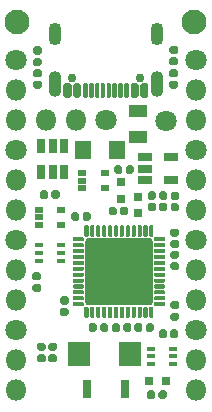
<source format=gbr>
%TF.GenerationSoftware,KiCad,Pcbnew,(5.1.6-0-10_14)*%
%TF.CreationDate,2022-02-28T20:49:00-06:00*%
%TF.ProjectId,Bonsai_C4,426f6e73-6169-45f4-9334-2e6b69636164,rev?*%
%TF.SameCoordinates,Original*%
%TF.FileFunction,Soldermask,Top*%
%TF.FilePolarity,Negative*%
%FSLAX46Y46*%
G04 Gerber Fmt 4.6, Leading zero omitted, Abs format (unit mm)*
G04 Created by KiCad (PCBNEW (5.1.6-0-10_14)) date 2022-02-28 20:49:00*
%MOMM*%
%LPD*%
G01*
G04 APERTURE LIST*
%ADD10O,1.100000X2.200000*%
%ADD11O,1.100000X1.900000*%
%ADD12C,0.750000*%
%ADD13R,0.650000X1.600000*%
%ADD14C,1.800000*%
%ADD15O,1.800000X1.800000*%
%ADD16R,0.750000X1.160000*%
%ADD17R,0.800000X0.700000*%
%ADD18R,1.400000X1.500000*%
%ADD19R,0.750000X0.500000*%
%ADD20R,0.760000X0.400000*%
%ADD21R,0.700000X0.800000*%
%ADD22R,1.160000X0.750000*%
%ADD23R,1.878000X2.132000*%
%ADD24R,1.600000X1.100000*%
%ADD25C,2.100000*%
G04 APERTURE END LIST*
%TO.C,J3*%
G36*
G01*
X105520000Y-102100000D02*
X105520000Y-102990000D01*
G75*
G02*
X105345000Y-103165000I-175000J0D01*
G01*
X104995000Y-103165000D01*
G75*
G02*
X104820000Y-102990000I0J175000D01*
G01*
X104820000Y-102100000D01*
G75*
G02*
X104995000Y-101925000I175000J0D01*
G01*
X105345000Y-101925000D01*
G75*
G02*
X105520000Y-102100000I0J-175000D01*
G01*
G37*
G36*
G01*
X104720000Y-102100000D02*
X104720000Y-102990000D01*
G75*
G02*
X104545000Y-103165000I-175000J0D01*
G01*
X104195000Y-103165000D01*
G75*
G02*
X104020000Y-102990000I0J175000D01*
G01*
X104020000Y-102100000D01*
G75*
G02*
X104195000Y-101925000I175000J0D01*
G01*
X104545000Y-101925000D01*
G75*
G02*
X104720000Y-102100000I0J-175000D01*
G01*
G37*
G36*
G01*
X110420000Y-102100000D02*
X110420000Y-102990000D01*
G75*
G02*
X110245000Y-103165000I-175000J0D01*
G01*
X109895000Y-103165000D01*
G75*
G02*
X109720000Y-102990000I0J175000D01*
G01*
X109720000Y-102100000D01*
G75*
G02*
X109895000Y-101925000I175000J0D01*
G01*
X110245000Y-101925000D01*
G75*
G02*
X110420000Y-102100000I0J-175000D01*
G01*
G37*
D10*
X111940000Y-101975000D03*
G36*
G01*
X107570000Y-102025000D02*
X107570000Y-103065000D01*
G75*
G02*
X107470000Y-103165000I-100000J0D01*
G01*
X107270000Y-103165000D01*
G75*
G02*
X107170000Y-103065000I0J100000D01*
G01*
X107170000Y-102025000D01*
G75*
G02*
X107270000Y-101925000I100000J0D01*
G01*
X107470000Y-101925000D01*
G75*
G02*
X107570000Y-102025000I0J-100000D01*
G01*
G37*
G36*
G01*
X107070000Y-102025000D02*
X107070000Y-103065000D01*
G75*
G02*
X106970000Y-103165000I-100000J0D01*
G01*
X106770000Y-103165000D01*
G75*
G02*
X106670000Y-103065000I0J100000D01*
G01*
X106670000Y-102025000D01*
G75*
G02*
X106770000Y-101925000I100000J0D01*
G01*
X106970000Y-101925000D01*
G75*
G02*
X107070000Y-102025000I0J-100000D01*
G01*
G37*
G36*
G01*
X106570000Y-102025000D02*
X106570000Y-103065000D01*
G75*
G02*
X106470000Y-103165000I-100000J0D01*
G01*
X106270000Y-103165000D01*
G75*
G02*
X106170000Y-103065000I0J100000D01*
G01*
X106170000Y-102025000D01*
G75*
G02*
X106270000Y-101925000I100000J0D01*
G01*
X106470000Y-101925000D01*
G75*
G02*
X106570000Y-102025000I0J-100000D01*
G01*
G37*
G36*
G01*
X106070000Y-102025000D02*
X106070000Y-103065000D01*
G75*
G02*
X105970000Y-103165000I-100000J0D01*
G01*
X105770000Y-103165000D01*
G75*
G02*
X105670000Y-103065000I0J100000D01*
G01*
X105670000Y-102025000D01*
G75*
G02*
X105770000Y-101925000I100000J0D01*
G01*
X105970000Y-101925000D01*
G75*
G02*
X106070000Y-102025000I0J-100000D01*
G01*
G37*
G36*
G01*
X108070000Y-102025000D02*
X108070000Y-103065000D01*
G75*
G02*
X107970000Y-103165000I-100000J0D01*
G01*
X107770000Y-103165000D01*
G75*
G02*
X107670000Y-103065000I0J100000D01*
G01*
X107670000Y-102025000D01*
G75*
G02*
X107770000Y-101925000I100000J0D01*
G01*
X107970000Y-101925000D01*
G75*
G02*
X108070000Y-102025000I0J-100000D01*
G01*
G37*
G36*
G01*
X108570000Y-102025000D02*
X108570000Y-103065000D01*
G75*
G02*
X108470000Y-103165000I-100000J0D01*
G01*
X108270000Y-103165000D01*
G75*
G02*
X108170000Y-103065000I0J100000D01*
G01*
X108170000Y-102025000D01*
G75*
G02*
X108270000Y-101925000I100000J0D01*
G01*
X108470000Y-101925000D01*
G75*
G02*
X108570000Y-102025000I0J-100000D01*
G01*
G37*
G36*
G01*
X109070000Y-102025000D02*
X109070000Y-103065000D01*
G75*
G02*
X108970000Y-103165000I-100000J0D01*
G01*
X108770000Y-103165000D01*
G75*
G02*
X108670000Y-103065000I0J100000D01*
G01*
X108670000Y-102025000D01*
G75*
G02*
X108770000Y-101925000I100000J0D01*
G01*
X108970000Y-101925000D01*
G75*
G02*
X109070000Y-102025000I0J-100000D01*
G01*
G37*
G36*
G01*
X109570000Y-102025000D02*
X109570000Y-103065000D01*
G75*
G02*
X109470000Y-103165000I-100000J0D01*
G01*
X109270000Y-103165000D01*
G75*
G02*
X109170000Y-103065000I0J100000D01*
G01*
X109170000Y-102025000D01*
G75*
G02*
X109270000Y-101925000I100000J0D01*
G01*
X109470000Y-101925000D01*
G75*
G02*
X109570000Y-102025000I0J-100000D01*
G01*
G37*
G36*
G01*
X111220000Y-102105000D02*
X111220000Y-102985000D01*
G75*
G02*
X111045000Y-103160000I-175000J0D01*
G01*
X110695000Y-103160000D01*
G75*
G02*
X110520000Y-102985000I0J175000D01*
G01*
X110520000Y-102105000D01*
G75*
G02*
X110695000Y-101930000I175000J0D01*
G01*
X111045000Y-101930000D01*
G75*
G02*
X111220000Y-102105000I0J-175000D01*
G01*
G37*
D11*
X111940000Y-97800000D03*
D12*
X110510000Y-101480000D03*
X104730000Y-101480000D03*
D11*
X103300000Y-97800000D03*
D10*
X103300000Y-101980000D03*
%TD*%
D13*
%TO.C,K1*%
X105995000Y-127780000D03*
X109245000Y-127780000D03*
%TD*%
%TO.C,U3*%
G36*
G01*
X111317535Y-120740000D02*
X106126465Y-120740000D01*
G75*
G02*
X105872000Y-120485535I0J254465D01*
G01*
X105872000Y-115294465D01*
G75*
G02*
X106126465Y-115040000I254465J0D01*
G01*
X111317535Y-115040000D01*
G75*
G02*
X111572000Y-115294465I0J-254465D01*
G01*
X111572000Y-120485535D01*
G75*
G02*
X111317535Y-120740000I-254465J0D01*
G01*
G37*
G36*
G01*
X106059500Y-121815000D02*
X105884500Y-121815000D01*
G75*
G02*
X105797000Y-121727500I0J87500D01*
G01*
X105797000Y-120927500D01*
G75*
G02*
X105884500Y-120840000I87500J0D01*
G01*
X106059500Y-120840000D01*
G75*
G02*
X106147000Y-120927500I0J-87500D01*
G01*
X106147000Y-121727500D01*
G75*
G02*
X106059500Y-121815000I-87500J0D01*
G01*
G37*
G36*
G01*
X106559500Y-121815000D02*
X106384500Y-121815000D01*
G75*
G02*
X106297000Y-121727500I0J87500D01*
G01*
X106297000Y-120927500D01*
G75*
G02*
X106384500Y-120840000I87500J0D01*
G01*
X106559500Y-120840000D01*
G75*
G02*
X106647000Y-120927500I0J-87500D01*
G01*
X106647000Y-121727500D01*
G75*
G02*
X106559500Y-121815000I-87500J0D01*
G01*
G37*
G36*
G01*
X107059500Y-121815000D02*
X106884500Y-121815000D01*
G75*
G02*
X106797000Y-121727500I0J87500D01*
G01*
X106797000Y-120927500D01*
G75*
G02*
X106884500Y-120840000I87500J0D01*
G01*
X107059500Y-120840000D01*
G75*
G02*
X107147000Y-120927500I0J-87500D01*
G01*
X107147000Y-121727500D01*
G75*
G02*
X107059500Y-121815000I-87500J0D01*
G01*
G37*
G36*
G01*
X107559500Y-121815000D02*
X107384500Y-121815000D01*
G75*
G02*
X107297000Y-121727500I0J87500D01*
G01*
X107297000Y-120927500D01*
G75*
G02*
X107384500Y-120840000I87500J0D01*
G01*
X107559500Y-120840000D01*
G75*
G02*
X107647000Y-120927500I0J-87500D01*
G01*
X107647000Y-121727500D01*
G75*
G02*
X107559500Y-121815000I-87500J0D01*
G01*
G37*
G36*
G01*
X108059500Y-121815000D02*
X107884500Y-121815000D01*
G75*
G02*
X107797000Y-121727500I0J87500D01*
G01*
X107797000Y-120927500D01*
G75*
G02*
X107884500Y-120840000I87500J0D01*
G01*
X108059500Y-120840000D01*
G75*
G02*
X108147000Y-120927500I0J-87500D01*
G01*
X108147000Y-121727500D01*
G75*
G02*
X108059500Y-121815000I-87500J0D01*
G01*
G37*
G36*
G01*
X108559500Y-121815000D02*
X108384500Y-121815000D01*
G75*
G02*
X108297000Y-121727500I0J87500D01*
G01*
X108297000Y-120927500D01*
G75*
G02*
X108384500Y-120840000I87500J0D01*
G01*
X108559500Y-120840000D01*
G75*
G02*
X108647000Y-120927500I0J-87500D01*
G01*
X108647000Y-121727500D01*
G75*
G02*
X108559500Y-121815000I-87500J0D01*
G01*
G37*
G36*
G01*
X109059500Y-121815000D02*
X108884500Y-121815000D01*
G75*
G02*
X108797000Y-121727500I0J87500D01*
G01*
X108797000Y-120927500D01*
G75*
G02*
X108884500Y-120840000I87500J0D01*
G01*
X109059500Y-120840000D01*
G75*
G02*
X109147000Y-120927500I0J-87500D01*
G01*
X109147000Y-121727500D01*
G75*
G02*
X109059500Y-121815000I-87500J0D01*
G01*
G37*
G36*
G01*
X109559500Y-121815000D02*
X109384500Y-121815000D01*
G75*
G02*
X109297000Y-121727500I0J87500D01*
G01*
X109297000Y-120927500D01*
G75*
G02*
X109384500Y-120840000I87500J0D01*
G01*
X109559500Y-120840000D01*
G75*
G02*
X109647000Y-120927500I0J-87500D01*
G01*
X109647000Y-121727500D01*
G75*
G02*
X109559500Y-121815000I-87500J0D01*
G01*
G37*
G36*
G01*
X110059500Y-121815000D02*
X109884500Y-121815000D01*
G75*
G02*
X109797000Y-121727500I0J87500D01*
G01*
X109797000Y-120927500D01*
G75*
G02*
X109884500Y-120840000I87500J0D01*
G01*
X110059500Y-120840000D01*
G75*
G02*
X110147000Y-120927500I0J-87500D01*
G01*
X110147000Y-121727500D01*
G75*
G02*
X110059500Y-121815000I-87500J0D01*
G01*
G37*
G36*
G01*
X110559500Y-121815000D02*
X110384500Y-121815000D01*
G75*
G02*
X110297000Y-121727500I0J87500D01*
G01*
X110297000Y-120927500D01*
G75*
G02*
X110384500Y-120840000I87500J0D01*
G01*
X110559500Y-120840000D01*
G75*
G02*
X110647000Y-120927500I0J-87500D01*
G01*
X110647000Y-121727500D01*
G75*
G02*
X110559500Y-121815000I-87500J0D01*
G01*
G37*
G36*
G01*
X111059500Y-121815000D02*
X110884500Y-121815000D01*
G75*
G02*
X110797000Y-121727500I0J87500D01*
G01*
X110797000Y-120927500D01*
G75*
G02*
X110884500Y-120840000I87500J0D01*
G01*
X111059500Y-120840000D01*
G75*
G02*
X111147000Y-120927500I0J-87500D01*
G01*
X111147000Y-121727500D01*
G75*
G02*
X111059500Y-121815000I-87500J0D01*
G01*
G37*
G36*
G01*
X111559500Y-121815000D02*
X111384500Y-121815000D01*
G75*
G02*
X111297000Y-121727500I0J87500D01*
G01*
X111297000Y-120927500D01*
G75*
G02*
X111384500Y-120840000I87500J0D01*
G01*
X111559500Y-120840000D01*
G75*
G02*
X111647000Y-120927500I0J-87500D01*
G01*
X111647000Y-121727500D01*
G75*
G02*
X111559500Y-121815000I-87500J0D01*
G01*
G37*
G36*
G01*
X112559500Y-120815000D02*
X111759500Y-120815000D01*
G75*
G02*
X111672000Y-120727500I0J87500D01*
G01*
X111672000Y-120552500D01*
G75*
G02*
X111759500Y-120465000I87500J0D01*
G01*
X112559500Y-120465000D01*
G75*
G02*
X112647000Y-120552500I0J-87500D01*
G01*
X112647000Y-120727500D01*
G75*
G02*
X112559500Y-120815000I-87500J0D01*
G01*
G37*
G36*
G01*
X112559500Y-120315000D02*
X111759500Y-120315000D01*
G75*
G02*
X111672000Y-120227500I0J87500D01*
G01*
X111672000Y-120052500D01*
G75*
G02*
X111759500Y-119965000I87500J0D01*
G01*
X112559500Y-119965000D01*
G75*
G02*
X112647000Y-120052500I0J-87500D01*
G01*
X112647000Y-120227500D01*
G75*
G02*
X112559500Y-120315000I-87500J0D01*
G01*
G37*
G36*
G01*
X112559500Y-119815000D02*
X111759500Y-119815000D01*
G75*
G02*
X111672000Y-119727500I0J87500D01*
G01*
X111672000Y-119552500D01*
G75*
G02*
X111759500Y-119465000I87500J0D01*
G01*
X112559500Y-119465000D01*
G75*
G02*
X112647000Y-119552500I0J-87500D01*
G01*
X112647000Y-119727500D01*
G75*
G02*
X112559500Y-119815000I-87500J0D01*
G01*
G37*
G36*
G01*
X112559500Y-119315000D02*
X111759500Y-119315000D01*
G75*
G02*
X111672000Y-119227500I0J87500D01*
G01*
X111672000Y-119052500D01*
G75*
G02*
X111759500Y-118965000I87500J0D01*
G01*
X112559500Y-118965000D01*
G75*
G02*
X112647000Y-119052500I0J-87500D01*
G01*
X112647000Y-119227500D01*
G75*
G02*
X112559500Y-119315000I-87500J0D01*
G01*
G37*
G36*
G01*
X112559500Y-118815000D02*
X111759500Y-118815000D01*
G75*
G02*
X111672000Y-118727500I0J87500D01*
G01*
X111672000Y-118552500D01*
G75*
G02*
X111759500Y-118465000I87500J0D01*
G01*
X112559500Y-118465000D01*
G75*
G02*
X112647000Y-118552500I0J-87500D01*
G01*
X112647000Y-118727500D01*
G75*
G02*
X112559500Y-118815000I-87500J0D01*
G01*
G37*
G36*
G01*
X112559500Y-118315000D02*
X111759500Y-118315000D01*
G75*
G02*
X111672000Y-118227500I0J87500D01*
G01*
X111672000Y-118052500D01*
G75*
G02*
X111759500Y-117965000I87500J0D01*
G01*
X112559500Y-117965000D01*
G75*
G02*
X112647000Y-118052500I0J-87500D01*
G01*
X112647000Y-118227500D01*
G75*
G02*
X112559500Y-118315000I-87500J0D01*
G01*
G37*
G36*
G01*
X112559500Y-117815000D02*
X111759500Y-117815000D01*
G75*
G02*
X111672000Y-117727500I0J87500D01*
G01*
X111672000Y-117552500D01*
G75*
G02*
X111759500Y-117465000I87500J0D01*
G01*
X112559500Y-117465000D01*
G75*
G02*
X112647000Y-117552500I0J-87500D01*
G01*
X112647000Y-117727500D01*
G75*
G02*
X112559500Y-117815000I-87500J0D01*
G01*
G37*
G36*
G01*
X112559500Y-117315000D02*
X111759500Y-117315000D01*
G75*
G02*
X111672000Y-117227500I0J87500D01*
G01*
X111672000Y-117052500D01*
G75*
G02*
X111759500Y-116965000I87500J0D01*
G01*
X112559500Y-116965000D01*
G75*
G02*
X112647000Y-117052500I0J-87500D01*
G01*
X112647000Y-117227500D01*
G75*
G02*
X112559500Y-117315000I-87500J0D01*
G01*
G37*
G36*
G01*
X112559500Y-116815000D02*
X111759500Y-116815000D01*
G75*
G02*
X111672000Y-116727500I0J87500D01*
G01*
X111672000Y-116552500D01*
G75*
G02*
X111759500Y-116465000I87500J0D01*
G01*
X112559500Y-116465000D01*
G75*
G02*
X112647000Y-116552500I0J-87500D01*
G01*
X112647000Y-116727500D01*
G75*
G02*
X112559500Y-116815000I-87500J0D01*
G01*
G37*
G36*
G01*
X112559500Y-116315000D02*
X111759500Y-116315000D01*
G75*
G02*
X111672000Y-116227500I0J87500D01*
G01*
X111672000Y-116052500D01*
G75*
G02*
X111759500Y-115965000I87500J0D01*
G01*
X112559500Y-115965000D01*
G75*
G02*
X112647000Y-116052500I0J-87500D01*
G01*
X112647000Y-116227500D01*
G75*
G02*
X112559500Y-116315000I-87500J0D01*
G01*
G37*
G36*
G01*
X112559500Y-115815000D02*
X111759500Y-115815000D01*
G75*
G02*
X111672000Y-115727500I0J87500D01*
G01*
X111672000Y-115552500D01*
G75*
G02*
X111759500Y-115465000I87500J0D01*
G01*
X112559500Y-115465000D01*
G75*
G02*
X112647000Y-115552500I0J-87500D01*
G01*
X112647000Y-115727500D01*
G75*
G02*
X112559500Y-115815000I-87500J0D01*
G01*
G37*
G36*
G01*
X112559500Y-115315000D02*
X111759500Y-115315000D01*
G75*
G02*
X111672000Y-115227500I0J87500D01*
G01*
X111672000Y-115052500D01*
G75*
G02*
X111759500Y-114965000I87500J0D01*
G01*
X112559500Y-114965000D01*
G75*
G02*
X112647000Y-115052500I0J-87500D01*
G01*
X112647000Y-115227500D01*
G75*
G02*
X112559500Y-115315000I-87500J0D01*
G01*
G37*
G36*
G01*
X111559500Y-114940000D02*
X111384500Y-114940000D01*
G75*
G02*
X111297000Y-114852500I0J87500D01*
G01*
X111297000Y-114052500D01*
G75*
G02*
X111384500Y-113965000I87500J0D01*
G01*
X111559500Y-113965000D01*
G75*
G02*
X111647000Y-114052500I0J-87500D01*
G01*
X111647000Y-114852500D01*
G75*
G02*
X111559500Y-114940000I-87500J0D01*
G01*
G37*
G36*
G01*
X111059500Y-114940000D02*
X110884500Y-114940000D01*
G75*
G02*
X110797000Y-114852500I0J87500D01*
G01*
X110797000Y-114052500D01*
G75*
G02*
X110884500Y-113965000I87500J0D01*
G01*
X111059500Y-113965000D01*
G75*
G02*
X111147000Y-114052500I0J-87500D01*
G01*
X111147000Y-114852500D01*
G75*
G02*
X111059500Y-114940000I-87500J0D01*
G01*
G37*
G36*
G01*
X110559500Y-114940000D02*
X110384500Y-114940000D01*
G75*
G02*
X110297000Y-114852500I0J87500D01*
G01*
X110297000Y-114052500D01*
G75*
G02*
X110384500Y-113965000I87500J0D01*
G01*
X110559500Y-113965000D01*
G75*
G02*
X110647000Y-114052500I0J-87500D01*
G01*
X110647000Y-114852500D01*
G75*
G02*
X110559500Y-114940000I-87500J0D01*
G01*
G37*
G36*
G01*
X110059500Y-114940000D02*
X109884500Y-114940000D01*
G75*
G02*
X109797000Y-114852500I0J87500D01*
G01*
X109797000Y-114052500D01*
G75*
G02*
X109884500Y-113965000I87500J0D01*
G01*
X110059500Y-113965000D01*
G75*
G02*
X110147000Y-114052500I0J-87500D01*
G01*
X110147000Y-114852500D01*
G75*
G02*
X110059500Y-114940000I-87500J0D01*
G01*
G37*
G36*
G01*
X109559500Y-114940000D02*
X109384500Y-114940000D01*
G75*
G02*
X109297000Y-114852500I0J87500D01*
G01*
X109297000Y-114052500D01*
G75*
G02*
X109384500Y-113965000I87500J0D01*
G01*
X109559500Y-113965000D01*
G75*
G02*
X109647000Y-114052500I0J-87500D01*
G01*
X109647000Y-114852500D01*
G75*
G02*
X109559500Y-114940000I-87500J0D01*
G01*
G37*
G36*
G01*
X109059500Y-114940000D02*
X108884500Y-114940000D01*
G75*
G02*
X108797000Y-114852500I0J87500D01*
G01*
X108797000Y-114052500D01*
G75*
G02*
X108884500Y-113965000I87500J0D01*
G01*
X109059500Y-113965000D01*
G75*
G02*
X109147000Y-114052500I0J-87500D01*
G01*
X109147000Y-114852500D01*
G75*
G02*
X109059500Y-114940000I-87500J0D01*
G01*
G37*
G36*
G01*
X108559500Y-114940000D02*
X108384500Y-114940000D01*
G75*
G02*
X108297000Y-114852500I0J87500D01*
G01*
X108297000Y-114052500D01*
G75*
G02*
X108384500Y-113965000I87500J0D01*
G01*
X108559500Y-113965000D01*
G75*
G02*
X108647000Y-114052500I0J-87500D01*
G01*
X108647000Y-114852500D01*
G75*
G02*
X108559500Y-114940000I-87500J0D01*
G01*
G37*
G36*
G01*
X108059500Y-114940000D02*
X107884500Y-114940000D01*
G75*
G02*
X107797000Y-114852500I0J87500D01*
G01*
X107797000Y-114052500D01*
G75*
G02*
X107884500Y-113965000I87500J0D01*
G01*
X108059500Y-113965000D01*
G75*
G02*
X108147000Y-114052500I0J-87500D01*
G01*
X108147000Y-114852500D01*
G75*
G02*
X108059500Y-114940000I-87500J0D01*
G01*
G37*
G36*
G01*
X107559500Y-114940000D02*
X107384500Y-114940000D01*
G75*
G02*
X107297000Y-114852500I0J87500D01*
G01*
X107297000Y-114052500D01*
G75*
G02*
X107384500Y-113965000I87500J0D01*
G01*
X107559500Y-113965000D01*
G75*
G02*
X107647000Y-114052500I0J-87500D01*
G01*
X107647000Y-114852500D01*
G75*
G02*
X107559500Y-114940000I-87500J0D01*
G01*
G37*
G36*
G01*
X107059500Y-114940000D02*
X106884500Y-114940000D01*
G75*
G02*
X106797000Y-114852500I0J87500D01*
G01*
X106797000Y-114052500D01*
G75*
G02*
X106884500Y-113965000I87500J0D01*
G01*
X107059500Y-113965000D01*
G75*
G02*
X107147000Y-114052500I0J-87500D01*
G01*
X107147000Y-114852500D01*
G75*
G02*
X107059500Y-114940000I-87500J0D01*
G01*
G37*
G36*
G01*
X106559500Y-114940000D02*
X106384500Y-114940000D01*
G75*
G02*
X106297000Y-114852500I0J87500D01*
G01*
X106297000Y-114052500D01*
G75*
G02*
X106384500Y-113965000I87500J0D01*
G01*
X106559500Y-113965000D01*
G75*
G02*
X106647000Y-114052500I0J-87500D01*
G01*
X106647000Y-114852500D01*
G75*
G02*
X106559500Y-114940000I-87500J0D01*
G01*
G37*
G36*
G01*
X106059500Y-114940000D02*
X105884500Y-114940000D01*
G75*
G02*
X105797000Y-114852500I0J87500D01*
G01*
X105797000Y-114052500D01*
G75*
G02*
X105884500Y-113965000I87500J0D01*
G01*
X106059500Y-113965000D01*
G75*
G02*
X106147000Y-114052500I0J-87500D01*
G01*
X106147000Y-114852500D01*
G75*
G02*
X106059500Y-114940000I-87500J0D01*
G01*
G37*
G36*
G01*
X105684500Y-115315000D02*
X104884500Y-115315000D01*
G75*
G02*
X104797000Y-115227500I0J87500D01*
G01*
X104797000Y-115052500D01*
G75*
G02*
X104884500Y-114965000I87500J0D01*
G01*
X105684500Y-114965000D01*
G75*
G02*
X105772000Y-115052500I0J-87500D01*
G01*
X105772000Y-115227500D01*
G75*
G02*
X105684500Y-115315000I-87500J0D01*
G01*
G37*
G36*
G01*
X105684500Y-115815000D02*
X104884500Y-115815000D01*
G75*
G02*
X104797000Y-115727500I0J87500D01*
G01*
X104797000Y-115552500D01*
G75*
G02*
X104884500Y-115465000I87500J0D01*
G01*
X105684500Y-115465000D01*
G75*
G02*
X105772000Y-115552500I0J-87500D01*
G01*
X105772000Y-115727500D01*
G75*
G02*
X105684500Y-115815000I-87500J0D01*
G01*
G37*
G36*
G01*
X105684500Y-116315000D02*
X104884500Y-116315000D01*
G75*
G02*
X104797000Y-116227500I0J87500D01*
G01*
X104797000Y-116052500D01*
G75*
G02*
X104884500Y-115965000I87500J0D01*
G01*
X105684500Y-115965000D01*
G75*
G02*
X105772000Y-116052500I0J-87500D01*
G01*
X105772000Y-116227500D01*
G75*
G02*
X105684500Y-116315000I-87500J0D01*
G01*
G37*
G36*
G01*
X105684500Y-116815000D02*
X104884500Y-116815000D01*
G75*
G02*
X104797000Y-116727500I0J87500D01*
G01*
X104797000Y-116552500D01*
G75*
G02*
X104884500Y-116465000I87500J0D01*
G01*
X105684500Y-116465000D01*
G75*
G02*
X105772000Y-116552500I0J-87500D01*
G01*
X105772000Y-116727500D01*
G75*
G02*
X105684500Y-116815000I-87500J0D01*
G01*
G37*
G36*
G01*
X105684500Y-117315000D02*
X104884500Y-117315000D01*
G75*
G02*
X104797000Y-117227500I0J87500D01*
G01*
X104797000Y-117052500D01*
G75*
G02*
X104884500Y-116965000I87500J0D01*
G01*
X105684500Y-116965000D01*
G75*
G02*
X105772000Y-117052500I0J-87500D01*
G01*
X105772000Y-117227500D01*
G75*
G02*
X105684500Y-117315000I-87500J0D01*
G01*
G37*
G36*
G01*
X105684500Y-117815000D02*
X104884500Y-117815000D01*
G75*
G02*
X104797000Y-117727500I0J87500D01*
G01*
X104797000Y-117552500D01*
G75*
G02*
X104884500Y-117465000I87500J0D01*
G01*
X105684500Y-117465000D01*
G75*
G02*
X105772000Y-117552500I0J-87500D01*
G01*
X105772000Y-117727500D01*
G75*
G02*
X105684500Y-117815000I-87500J0D01*
G01*
G37*
G36*
G01*
X105684500Y-118315000D02*
X104884500Y-118315000D01*
G75*
G02*
X104797000Y-118227500I0J87500D01*
G01*
X104797000Y-118052500D01*
G75*
G02*
X104884500Y-117965000I87500J0D01*
G01*
X105684500Y-117965000D01*
G75*
G02*
X105772000Y-118052500I0J-87500D01*
G01*
X105772000Y-118227500D01*
G75*
G02*
X105684500Y-118315000I-87500J0D01*
G01*
G37*
G36*
G01*
X105684500Y-118815000D02*
X104884500Y-118815000D01*
G75*
G02*
X104797000Y-118727500I0J87500D01*
G01*
X104797000Y-118552500D01*
G75*
G02*
X104884500Y-118465000I87500J0D01*
G01*
X105684500Y-118465000D01*
G75*
G02*
X105772000Y-118552500I0J-87500D01*
G01*
X105772000Y-118727500D01*
G75*
G02*
X105684500Y-118815000I-87500J0D01*
G01*
G37*
G36*
G01*
X105684500Y-119315000D02*
X104884500Y-119315000D01*
G75*
G02*
X104797000Y-119227500I0J87500D01*
G01*
X104797000Y-119052500D01*
G75*
G02*
X104884500Y-118965000I87500J0D01*
G01*
X105684500Y-118965000D01*
G75*
G02*
X105772000Y-119052500I0J-87500D01*
G01*
X105772000Y-119227500D01*
G75*
G02*
X105684500Y-119315000I-87500J0D01*
G01*
G37*
G36*
G01*
X105684500Y-119815000D02*
X104884500Y-119815000D01*
G75*
G02*
X104797000Y-119727500I0J87500D01*
G01*
X104797000Y-119552500D01*
G75*
G02*
X104884500Y-119465000I87500J0D01*
G01*
X105684500Y-119465000D01*
G75*
G02*
X105772000Y-119552500I0J-87500D01*
G01*
X105772000Y-119727500D01*
G75*
G02*
X105684500Y-119815000I-87500J0D01*
G01*
G37*
G36*
G01*
X105684500Y-120315000D02*
X104884500Y-120315000D01*
G75*
G02*
X104797000Y-120227500I0J87500D01*
G01*
X104797000Y-120052500D01*
G75*
G02*
X104884500Y-119965000I87500J0D01*
G01*
X105684500Y-119965000D01*
G75*
G02*
X105772000Y-120052500I0J-87500D01*
G01*
X105772000Y-120227500D01*
G75*
G02*
X105684500Y-120315000I-87500J0D01*
G01*
G37*
G36*
G01*
X105684500Y-120815000D02*
X104884500Y-120815000D01*
G75*
G02*
X104797000Y-120727500I0J87500D01*
G01*
X104797000Y-120552500D01*
G75*
G02*
X104884500Y-120465000I87500J0D01*
G01*
X105684500Y-120465000D01*
G75*
G02*
X105772000Y-120552500I0J-87500D01*
G01*
X105772000Y-120727500D01*
G75*
G02*
X105684500Y-120815000I-87500J0D01*
G01*
G37*
%TD*%
D14*
%TO.C,J4*%
X100000000Y-100000000D03*
D15*
X100000000Y-102540000D03*
X100000000Y-105080000D03*
X100000000Y-112700000D03*
X100000000Y-110160000D03*
D14*
X100000000Y-107620000D03*
X100000000Y-122860000D03*
D15*
X100000000Y-117780000D03*
D14*
X100000000Y-115240000D03*
D15*
X100000000Y-125400000D03*
X100000000Y-127940000D03*
X100000000Y-120320000D03*
%TD*%
D14*
%TO.C,J5*%
X115240000Y-100000000D03*
D15*
X115240000Y-102540000D03*
X115240000Y-105080000D03*
X115240000Y-112700000D03*
X115240000Y-110160000D03*
D14*
X115240000Y-107620000D03*
X115240000Y-122860000D03*
D15*
X115240000Y-117780000D03*
D14*
X115240000Y-115240000D03*
D15*
X115240000Y-125400000D03*
X115240000Y-127940000D03*
X115240000Y-120320000D03*
%TD*%
%TO.C,J1*%
X102540000Y-105080000D03*
X105080000Y-105080000D03*
D14*
X107620000Y-105080000D03*
%TD*%
%TO.C,J2*%
X112680000Y-105120000D03*
%TD*%
%TO.C,C11*%
G36*
G01*
X102728000Y-111170500D02*
X102728000Y-111565500D01*
G75*
G02*
X102555500Y-111738000I-172500J0D01*
G01*
X102210500Y-111738000D01*
G75*
G02*
X102038000Y-111565500I0J172500D01*
G01*
X102038000Y-111170500D01*
G75*
G02*
X102210500Y-110998000I172500J0D01*
G01*
X102555500Y-110998000D01*
G75*
G02*
X102728000Y-111170500I0J-172500D01*
G01*
G37*
G36*
G01*
X103698000Y-111170500D02*
X103698000Y-111565500D01*
G75*
G02*
X103525500Y-111738000I-172500J0D01*
G01*
X103180500Y-111738000D01*
G75*
G02*
X103008000Y-111565500I0J172500D01*
G01*
X103008000Y-111170500D01*
G75*
G02*
X103180500Y-110998000I172500J0D01*
G01*
X103525500Y-110998000D01*
G75*
G02*
X103698000Y-111170500I0J-172500D01*
G01*
G37*
%TD*%
D16*
%TO.C,U2*%
X103114000Y-109412000D03*
X104064000Y-109412000D03*
X102164000Y-109412000D03*
X102164000Y-107212000D03*
X103114000Y-107212000D03*
X104064000Y-107212000D03*
%TD*%
%TO.C,R9*%
G36*
G01*
X113651500Y-121068000D02*
X113256500Y-121068000D01*
G75*
G02*
X113084000Y-120895500I0J172500D01*
G01*
X113084000Y-120550500D01*
G75*
G02*
X113256500Y-120378000I172500J0D01*
G01*
X113651500Y-120378000D01*
G75*
G02*
X113824000Y-120550500I0J-172500D01*
G01*
X113824000Y-120895500D01*
G75*
G02*
X113651500Y-121068000I-172500J0D01*
G01*
G37*
G36*
G01*
X113651500Y-122038000D02*
X113256500Y-122038000D01*
G75*
G02*
X113084000Y-121865500I0J172500D01*
G01*
X113084000Y-121520500D01*
G75*
G02*
X113256500Y-121348000I172500J0D01*
G01*
X113651500Y-121348000D01*
G75*
G02*
X113824000Y-121520500I0J-172500D01*
G01*
X113824000Y-121865500D01*
G75*
G02*
X113651500Y-122038000I-172500J0D01*
G01*
G37*
%TD*%
%TO.C,R8*%
G36*
G01*
X108813000Y-112947500D02*
X108813000Y-112552500D01*
G75*
G02*
X108985500Y-112380000I172500J0D01*
G01*
X109330500Y-112380000D01*
G75*
G02*
X109503000Y-112552500I0J-172500D01*
G01*
X109503000Y-112947500D01*
G75*
G02*
X109330500Y-113120000I-172500J0D01*
G01*
X108985500Y-113120000D01*
G75*
G02*
X108813000Y-112947500I0J172500D01*
G01*
G37*
G36*
G01*
X107843000Y-112947500D02*
X107843000Y-112552500D01*
G75*
G02*
X108015500Y-112380000I172500J0D01*
G01*
X108360500Y-112380000D01*
G75*
G02*
X108533000Y-112552500I0J-172500D01*
G01*
X108533000Y-112947500D01*
G75*
G02*
X108360500Y-113120000I-172500J0D01*
G01*
X108015500Y-113120000D01*
G75*
G02*
X107843000Y-112947500I0J172500D01*
G01*
G37*
%TD*%
D17*
%TO.C,D5*%
X110330000Y-111530000D03*
X110330000Y-112930000D03*
%TD*%
D18*
%TO.C,D4*%
X105691000Y-107561000D03*
X108591000Y-107561000D03*
%TD*%
%TO.C,C6*%
G36*
G01*
X113659500Y-112781000D02*
X113264500Y-112781000D01*
G75*
G02*
X113092000Y-112608500I0J172500D01*
G01*
X113092000Y-112263500D01*
G75*
G02*
X113264500Y-112091000I172500J0D01*
G01*
X113659500Y-112091000D01*
G75*
G02*
X113832000Y-112263500I0J-172500D01*
G01*
X113832000Y-112608500D01*
G75*
G02*
X113659500Y-112781000I-172500J0D01*
G01*
G37*
G36*
G01*
X113659500Y-111811000D02*
X113264500Y-111811000D01*
G75*
G02*
X113092000Y-111638500I0J172500D01*
G01*
X113092000Y-111293500D01*
G75*
G02*
X113264500Y-111121000I172500J0D01*
G01*
X113659500Y-111121000D01*
G75*
G02*
X113832000Y-111293500I0J-172500D01*
G01*
X113832000Y-111638500D01*
G75*
G02*
X113659500Y-111811000I-172500J0D01*
G01*
G37*
%TD*%
D17*
%TO.C,D1*%
X108905000Y-111702000D03*
X108905000Y-110302000D03*
%TD*%
%TO.C,C14*%
G36*
G01*
X113248500Y-117077000D02*
X113643500Y-117077000D01*
G75*
G02*
X113816000Y-117249500I0J-172500D01*
G01*
X113816000Y-117594500D01*
G75*
G02*
X113643500Y-117767000I-172500J0D01*
G01*
X113248500Y-117767000D01*
G75*
G02*
X113076000Y-117594500I0J172500D01*
G01*
X113076000Y-117249500D01*
G75*
G02*
X113248500Y-117077000I172500J0D01*
G01*
G37*
G36*
G01*
X113248500Y-116107000D02*
X113643500Y-116107000D01*
G75*
G02*
X113816000Y-116279500I0J-172500D01*
G01*
X113816000Y-116624500D01*
G75*
G02*
X113643500Y-116797000I-172500J0D01*
G01*
X113248500Y-116797000D01*
G75*
G02*
X113076000Y-116624500I0J172500D01*
G01*
X113076000Y-116279500D01*
G75*
G02*
X113248500Y-116107000I172500J0D01*
G01*
G37*
%TD*%
D19*
%TO.C,U5*%
X103859000Y-112625000D03*
X103859000Y-113925000D03*
X101959000Y-113275000D03*
X101959000Y-113925000D03*
X101959000Y-112625000D03*
%TD*%
%TO.C,R7*%
G36*
G01*
X112072000Y-128512500D02*
X112072000Y-128117500D01*
G75*
G02*
X112244500Y-127945000I172500J0D01*
G01*
X112589500Y-127945000D01*
G75*
G02*
X112762000Y-128117500I0J-172500D01*
G01*
X112762000Y-128512500D01*
G75*
G02*
X112589500Y-128685000I-172500J0D01*
G01*
X112244500Y-128685000D01*
G75*
G02*
X112072000Y-128512500I0J172500D01*
G01*
G37*
G36*
G01*
X111102000Y-128512500D02*
X111102000Y-128117500D01*
G75*
G02*
X111274500Y-127945000I172500J0D01*
G01*
X111619500Y-127945000D01*
G75*
G02*
X111792000Y-128117500I0J-172500D01*
G01*
X111792000Y-128512500D01*
G75*
G02*
X111619500Y-128685000I-172500J0D01*
G01*
X111274500Y-128685000D01*
G75*
G02*
X111102000Y-128512500I0J172500D01*
G01*
G37*
%TD*%
%TO.C,R6*%
G36*
G01*
X112132000Y-112605500D02*
X112132000Y-112210500D01*
G75*
G02*
X112304500Y-112038000I172500J0D01*
G01*
X112649500Y-112038000D01*
G75*
G02*
X112822000Y-112210500I0J-172500D01*
G01*
X112822000Y-112605500D01*
G75*
G02*
X112649500Y-112778000I-172500J0D01*
G01*
X112304500Y-112778000D01*
G75*
G02*
X112132000Y-112605500I0J172500D01*
G01*
G37*
G36*
G01*
X111162000Y-112605500D02*
X111162000Y-112210500D01*
G75*
G02*
X111334500Y-112038000I172500J0D01*
G01*
X111679500Y-112038000D01*
G75*
G02*
X111852000Y-112210500I0J-172500D01*
G01*
X111852000Y-112605500D01*
G75*
G02*
X111679500Y-112778000I-172500J0D01*
G01*
X111334500Y-112778000D01*
G75*
G02*
X111162000Y-112605500I0J172500D01*
G01*
G37*
%TD*%
%TO.C,R5*%
G36*
G01*
X111849000Y-111252500D02*
X111849000Y-111647500D01*
G75*
G02*
X111676500Y-111820000I-172500J0D01*
G01*
X111331500Y-111820000D01*
G75*
G02*
X111159000Y-111647500I0J172500D01*
G01*
X111159000Y-111252500D01*
G75*
G02*
X111331500Y-111080000I172500J0D01*
G01*
X111676500Y-111080000D01*
G75*
G02*
X111849000Y-111252500I0J-172500D01*
G01*
G37*
G36*
G01*
X112819000Y-111252500D02*
X112819000Y-111647500D01*
G75*
G02*
X112646500Y-111820000I-172500J0D01*
G01*
X112301500Y-111820000D01*
G75*
G02*
X112129000Y-111647500I0J172500D01*
G01*
X112129000Y-111252500D01*
G75*
G02*
X112301500Y-111080000I172500J0D01*
G01*
X112646500Y-111080000D01*
G75*
G02*
X112819000Y-111252500I0J-172500D01*
G01*
G37*
%TD*%
D20*
%TO.C,Q2*%
X101982000Y-116967000D03*
X101982000Y-115667000D03*
X103822000Y-116317000D03*
X101982000Y-116317000D03*
X103822000Y-115667000D03*
X103822000Y-116967000D03*
%TD*%
D21*
%TO.C,D2*%
X111300000Y-127145000D03*
X112700000Y-127145000D03*
%TD*%
D22*
%TO.C,U1*%
X113132000Y-108205000D03*
X113132000Y-110105000D03*
X110932000Y-110105000D03*
X110932000Y-109155000D03*
X110932000Y-108205000D03*
%TD*%
D19*
%TO.C,U4*%
X107519000Y-109524000D03*
X107519000Y-110824000D03*
X105619000Y-110174000D03*
X105619000Y-110824000D03*
X105619000Y-109524000D03*
%TD*%
D20*
%TO.C,Q1*%
X113272000Y-124390000D03*
X113272000Y-125690000D03*
X111432000Y-125040000D03*
X113272000Y-125040000D03*
X111432000Y-125690000D03*
X111432000Y-124390000D03*
%TD*%
%TO.C,C2*%
G36*
G01*
X113249500Y-115202000D02*
X113644500Y-115202000D01*
G75*
G02*
X113817000Y-115374500I0J-172500D01*
G01*
X113817000Y-115719500D01*
G75*
G02*
X113644500Y-115892000I-172500J0D01*
G01*
X113249500Y-115892000D01*
G75*
G02*
X113077000Y-115719500I0J172500D01*
G01*
X113077000Y-115374500D01*
G75*
G02*
X113249500Y-115202000I172500J0D01*
G01*
G37*
G36*
G01*
X113249500Y-114232000D02*
X113644500Y-114232000D01*
G75*
G02*
X113817000Y-114404500I0J-172500D01*
G01*
X113817000Y-114749500D01*
G75*
G02*
X113644500Y-114922000I-172500J0D01*
G01*
X113249500Y-114922000D01*
G75*
G02*
X113077000Y-114749500I0J172500D01*
G01*
X113077000Y-114404500D01*
G75*
G02*
X113249500Y-114232000I172500J0D01*
G01*
G37*
%TD*%
%TO.C,D3*%
G36*
G01*
X102352500Y-124591000D02*
X101957500Y-124591000D01*
G75*
G02*
X101785000Y-124418500I0J172500D01*
G01*
X101785000Y-124073500D01*
G75*
G02*
X101957500Y-123901000I172500J0D01*
G01*
X102352500Y-123901000D01*
G75*
G02*
X102525000Y-124073500I0J-172500D01*
G01*
X102525000Y-124418500D01*
G75*
G02*
X102352500Y-124591000I-172500J0D01*
G01*
G37*
G36*
G01*
X102352500Y-125561000D02*
X101957500Y-125561000D01*
G75*
G02*
X101785000Y-125388500I0J172500D01*
G01*
X101785000Y-125043500D01*
G75*
G02*
X101957500Y-124871000I172500J0D01*
G01*
X102352500Y-124871000D01*
G75*
G02*
X102525000Y-125043500I0J-172500D01*
G01*
X102525000Y-125388500D01*
G75*
G02*
X102352500Y-125561000I-172500J0D01*
G01*
G37*
%TD*%
D23*
%TO.C,Y1*%
X109668000Y-124880000D03*
X105350000Y-124880000D03*
%TD*%
%TO.C,C3*%
G36*
G01*
X110996000Y-122822500D02*
X110996000Y-122427500D01*
G75*
G02*
X111168500Y-122255000I172500J0D01*
G01*
X111513500Y-122255000D01*
G75*
G02*
X111686000Y-122427500I0J-172500D01*
G01*
X111686000Y-122822500D01*
G75*
G02*
X111513500Y-122995000I-172500J0D01*
G01*
X111168500Y-122995000D01*
G75*
G02*
X110996000Y-122822500I0J172500D01*
G01*
G37*
G36*
G01*
X110026000Y-122822500D02*
X110026000Y-122427500D01*
G75*
G02*
X110198500Y-122255000I172500J0D01*
G01*
X110543500Y-122255000D01*
G75*
G02*
X110716000Y-122427500I0J-172500D01*
G01*
X110716000Y-122822500D01*
G75*
G02*
X110543500Y-122995000I-172500J0D01*
G01*
X110198500Y-122995000D01*
G75*
G02*
X110026000Y-122822500I0J172500D01*
G01*
G37*
%TD*%
%TO.C,C12*%
G36*
G01*
X113160500Y-99737000D02*
X113555500Y-99737000D01*
G75*
G02*
X113728000Y-99909500I0J-172500D01*
G01*
X113728000Y-100254500D01*
G75*
G02*
X113555500Y-100427000I-172500J0D01*
G01*
X113160500Y-100427000D01*
G75*
G02*
X112988000Y-100254500I0J172500D01*
G01*
X112988000Y-99909500D01*
G75*
G02*
X113160500Y-99737000I172500J0D01*
G01*
G37*
G36*
G01*
X113160500Y-98767000D02*
X113555500Y-98767000D01*
G75*
G02*
X113728000Y-98939500I0J-172500D01*
G01*
X113728000Y-99284500D01*
G75*
G02*
X113555500Y-99457000I-172500J0D01*
G01*
X113160500Y-99457000D01*
G75*
G02*
X112988000Y-99284500I0J172500D01*
G01*
X112988000Y-98939500D01*
G75*
G02*
X113160500Y-98767000I172500J0D01*
G01*
G37*
%TD*%
%TO.C,FB1*%
G36*
G01*
X101623500Y-99790000D02*
X102018500Y-99790000D01*
G75*
G02*
X102191000Y-99962500I0J-172500D01*
G01*
X102191000Y-100307500D01*
G75*
G02*
X102018500Y-100480000I-172500J0D01*
G01*
X101623500Y-100480000D01*
G75*
G02*
X101451000Y-100307500I0J172500D01*
G01*
X101451000Y-99962500D01*
G75*
G02*
X101623500Y-99790000I172500J0D01*
G01*
G37*
G36*
G01*
X101623500Y-98820000D02*
X102018500Y-98820000D01*
G75*
G02*
X102191000Y-98992500I0J-172500D01*
G01*
X102191000Y-99337500D01*
G75*
G02*
X102018500Y-99510000I-172500J0D01*
G01*
X101623500Y-99510000D01*
G75*
G02*
X101451000Y-99337500I0J172500D01*
G01*
X101451000Y-98992500D01*
G75*
G02*
X101623500Y-98820000I172500J0D01*
G01*
G37*
%TD*%
%TO.C,R4*%
G36*
G01*
X102913500Y-124871000D02*
X103308500Y-124871000D01*
G75*
G02*
X103481000Y-125043500I0J-172500D01*
G01*
X103481000Y-125388500D01*
G75*
G02*
X103308500Y-125561000I-172500J0D01*
G01*
X102913500Y-125561000D01*
G75*
G02*
X102741000Y-125388500I0J172500D01*
G01*
X102741000Y-125043500D01*
G75*
G02*
X102913500Y-124871000I172500J0D01*
G01*
G37*
G36*
G01*
X102913500Y-123901000D02*
X103308500Y-123901000D01*
G75*
G02*
X103481000Y-124073500I0J-172500D01*
G01*
X103481000Y-124418500D01*
G75*
G02*
X103308500Y-124591000I-172500J0D01*
G01*
X102913500Y-124591000D01*
G75*
G02*
X102741000Y-124418500I0J172500D01*
G01*
X102741000Y-124073500D01*
G75*
G02*
X102913500Y-123901000I172500J0D01*
G01*
G37*
%TD*%
%TO.C,R3*%
G36*
G01*
X102018500Y-101424000D02*
X101623500Y-101424000D01*
G75*
G02*
X101451000Y-101251500I0J172500D01*
G01*
X101451000Y-100906500D01*
G75*
G02*
X101623500Y-100734000I172500J0D01*
G01*
X102018500Y-100734000D01*
G75*
G02*
X102191000Y-100906500I0J-172500D01*
G01*
X102191000Y-101251500D01*
G75*
G02*
X102018500Y-101424000I-172500J0D01*
G01*
G37*
G36*
G01*
X102018500Y-102394000D02*
X101623500Y-102394000D01*
G75*
G02*
X101451000Y-102221500I0J172500D01*
G01*
X101451000Y-101876500D01*
G75*
G02*
X101623500Y-101704000I172500J0D01*
G01*
X102018500Y-101704000D01*
G75*
G02*
X102191000Y-101876500I0J-172500D01*
G01*
X102191000Y-102221500D01*
G75*
G02*
X102018500Y-102394000I-172500J0D01*
G01*
G37*
%TD*%
%TO.C,R2*%
G36*
G01*
X113154500Y-101715000D02*
X113549500Y-101715000D01*
G75*
G02*
X113722000Y-101887500I0J-172500D01*
G01*
X113722000Y-102232500D01*
G75*
G02*
X113549500Y-102405000I-172500J0D01*
G01*
X113154500Y-102405000D01*
G75*
G02*
X112982000Y-102232500I0J172500D01*
G01*
X112982000Y-101887500D01*
G75*
G02*
X113154500Y-101715000I172500J0D01*
G01*
G37*
G36*
G01*
X113154500Y-100745000D02*
X113549500Y-100745000D01*
G75*
G02*
X113722000Y-100917500I0J-172500D01*
G01*
X113722000Y-101262500D01*
G75*
G02*
X113549500Y-101435000I-172500J0D01*
G01*
X113154500Y-101435000D01*
G75*
G02*
X112982000Y-101262500I0J172500D01*
G01*
X112982000Y-100917500D01*
G75*
G02*
X113154500Y-100745000I172500J0D01*
G01*
G37*
%TD*%
%TO.C,R1*%
G36*
G01*
X101568500Y-118911000D02*
X101963500Y-118911000D01*
G75*
G02*
X102136000Y-119083500I0J-172500D01*
G01*
X102136000Y-119428500D01*
G75*
G02*
X101963500Y-119601000I-172500J0D01*
G01*
X101568500Y-119601000D01*
G75*
G02*
X101396000Y-119428500I0J172500D01*
G01*
X101396000Y-119083500D01*
G75*
G02*
X101568500Y-118911000I172500J0D01*
G01*
G37*
G36*
G01*
X101568500Y-117941000D02*
X101963500Y-117941000D01*
G75*
G02*
X102136000Y-118113500I0J-172500D01*
G01*
X102136000Y-118458500D01*
G75*
G02*
X101963500Y-118631000I-172500J0D01*
G01*
X101568500Y-118631000D01*
G75*
G02*
X101396000Y-118458500I0J172500D01*
G01*
X101396000Y-118113500D01*
G75*
G02*
X101568500Y-117941000I172500J0D01*
G01*
G37*
%TD*%
%TO.C,C9*%
G36*
G01*
X109093000Y-122822500D02*
X109093000Y-122427500D01*
G75*
G02*
X109265500Y-122255000I172500J0D01*
G01*
X109610500Y-122255000D01*
G75*
G02*
X109783000Y-122427500I0J-172500D01*
G01*
X109783000Y-122822500D01*
G75*
G02*
X109610500Y-122995000I-172500J0D01*
G01*
X109265500Y-122995000D01*
G75*
G02*
X109093000Y-122822500I0J172500D01*
G01*
G37*
G36*
G01*
X108123000Y-122822500D02*
X108123000Y-122427500D01*
G75*
G02*
X108295500Y-122255000I172500J0D01*
G01*
X108640500Y-122255000D01*
G75*
G02*
X108813000Y-122427500I0J-172500D01*
G01*
X108813000Y-122822500D01*
G75*
G02*
X108640500Y-122995000I-172500J0D01*
G01*
X108295500Y-122995000D01*
G75*
G02*
X108123000Y-122822500I0J172500D01*
G01*
G37*
%TD*%
%TO.C,C8*%
G36*
G01*
X106843000Y-122416500D02*
X106843000Y-122811500D01*
G75*
G02*
X106670500Y-122984000I-172500J0D01*
G01*
X106325500Y-122984000D01*
G75*
G02*
X106153000Y-122811500I0J172500D01*
G01*
X106153000Y-122416500D01*
G75*
G02*
X106325500Y-122244000I172500J0D01*
G01*
X106670500Y-122244000D01*
G75*
G02*
X106843000Y-122416500I0J-172500D01*
G01*
G37*
G36*
G01*
X107813000Y-122416500D02*
X107813000Y-122811500D01*
G75*
G02*
X107640500Y-122984000I-172500J0D01*
G01*
X107295500Y-122984000D01*
G75*
G02*
X107123000Y-122811500I0J172500D01*
G01*
X107123000Y-122416500D01*
G75*
G02*
X107295500Y-122244000I172500J0D01*
G01*
X107640500Y-122244000D01*
G75*
G02*
X107813000Y-122416500I0J-172500D01*
G01*
G37*
%TD*%
%TO.C,C7*%
G36*
G01*
X112782000Y-122952500D02*
X112782000Y-123347500D01*
G75*
G02*
X112609500Y-123520000I-172500J0D01*
G01*
X112264500Y-123520000D01*
G75*
G02*
X112092000Y-123347500I0J172500D01*
G01*
X112092000Y-122952500D01*
G75*
G02*
X112264500Y-122780000I172500J0D01*
G01*
X112609500Y-122780000D01*
G75*
G02*
X112782000Y-122952500I0J-172500D01*
G01*
G37*
G36*
G01*
X113752000Y-122952500D02*
X113752000Y-123347500D01*
G75*
G02*
X113579500Y-123520000I-172500J0D01*
G01*
X113234500Y-123520000D01*
G75*
G02*
X113062000Y-123347500I0J172500D01*
G01*
X113062000Y-122952500D01*
G75*
G02*
X113234500Y-122780000I172500J0D01*
G01*
X113579500Y-122780000D01*
G75*
G02*
X113752000Y-122952500I0J-172500D01*
G01*
G37*
%TD*%
%TO.C,C4*%
G36*
G01*
X104290500Y-120668000D02*
X103895500Y-120668000D01*
G75*
G02*
X103723000Y-120495500I0J172500D01*
G01*
X103723000Y-120150500D01*
G75*
G02*
X103895500Y-119978000I172500J0D01*
G01*
X104290500Y-119978000D01*
G75*
G02*
X104463000Y-120150500I0J-172500D01*
G01*
X104463000Y-120495500D01*
G75*
G02*
X104290500Y-120668000I-172500J0D01*
G01*
G37*
G36*
G01*
X104290500Y-121638000D02*
X103895500Y-121638000D01*
G75*
G02*
X103723000Y-121465500I0J172500D01*
G01*
X103723000Y-121120500D01*
G75*
G02*
X103895500Y-120948000I172500J0D01*
G01*
X104290500Y-120948000D01*
G75*
G02*
X104463000Y-121120500I0J-172500D01*
G01*
X104463000Y-121465500D01*
G75*
G02*
X104290500Y-121638000I-172500J0D01*
G01*
G37*
%TD*%
%TO.C,C1*%
G36*
G01*
X105647000Y-113424500D02*
X105647000Y-113029500D01*
G75*
G02*
X105819500Y-112857000I172500J0D01*
G01*
X106164500Y-112857000D01*
G75*
G02*
X106337000Y-113029500I0J-172500D01*
G01*
X106337000Y-113424500D01*
G75*
G02*
X106164500Y-113597000I-172500J0D01*
G01*
X105819500Y-113597000D01*
G75*
G02*
X105647000Y-113424500I0J172500D01*
G01*
G37*
G36*
G01*
X104677000Y-113424500D02*
X104677000Y-113029500D01*
G75*
G02*
X104849500Y-112857000I172500J0D01*
G01*
X105194500Y-112857000D01*
G75*
G02*
X105367000Y-113029500I0J-172500D01*
G01*
X105367000Y-113424500D01*
G75*
G02*
X105194500Y-113597000I-172500J0D01*
G01*
X104849500Y-113597000D01*
G75*
G02*
X104677000Y-113424500I0J172500D01*
G01*
G37*
%TD*%
D24*
%TO.C,F1*%
X110313000Y-104313000D03*
X110313000Y-106513000D03*
%TD*%
%TO.C,C10*%
G36*
G01*
X109011000Y-109056500D02*
X109011000Y-109451500D01*
G75*
G02*
X108838500Y-109624000I-172500J0D01*
G01*
X108493500Y-109624000D01*
G75*
G02*
X108321000Y-109451500I0J172500D01*
G01*
X108321000Y-109056500D01*
G75*
G02*
X108493500Y-108884000I172500J0D01*
G01*
X108838500Y-108884000D01*
G75*
G02*
X109011000Y-109056500I0J-172500D01*
G01*
G37*
G36*
G01*
X109981000Y-109056500D02*
X109981000Y-109451500D01*
G75*
G02*
X109808500Y-109624000I-172500J0D01*
G01*
X109463500Y-109624000D01*
G75*
G02*
X109291000Y-109451500I0J172500D01*
G01*
X109291000Y-109056500D01*
G75*
G02*
X109463500Y-108884000I172500J0D01*
G01*
X109808500Y-108884000D01*
G75*
G02*
X109981000Y-109056500I0J-172500D01*
G01*
G37*
%TD*%
D25*
%TO.C,MH2*%
X115110000Y-96780000D03*
%TD*%
%TO.C,MH1*%
X100130000Y-96780000D03*
%TD*%
M02*

</source>
